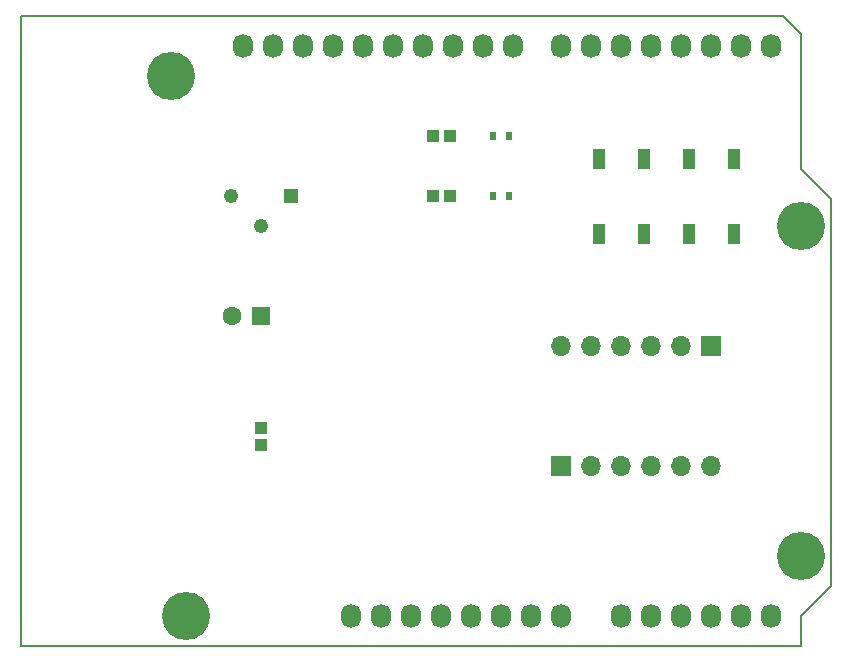
<source format=gts>
%TF.GenerationSoftware,KiCad,Pcbnew,(6.0.2-0)*%
%TF.CreationDate,2022-05-07T22:45:41-07:00*%
%TF.ProjectId,cpe301d_kicad_David_Nakasone,63706533-3031-4645-9f6b-696361645f44,rev?*%
%TF.SameCoordinates,Original*%
%TF.FileFunction,Soldermask,Top*%
%TF.FilePolarity,Negative*%
%FSLAX46Y46*%
G04 Gerber Fmt 4.6, Leading zero omitted, Abs format (unit mm)*
G04 Created by KiCad (PCBNEW (6.0.2-0)) date 2022-05-07 22:45:41*
%MOMM*%
%LPD*%
G01*
G04 APERTURE LIST*
%TA.AperFunction,Profile*%
%ADD10C,0.150000*%
%TD*%
%ADD11O,1.727200X2.032000*%
%ADD12C,4.064000*%
%ADD13R,1.700000X1.700000*%
%ADD14O,1.700000X1.700000*%
%ADD15R,1.040000X1.020000*%
%ADD16R,0.600000X0.800000*%
%ADD17R,1.600000X1.600000*%
%ADD18C,1.600000*%
%ADD19R,1.000000X1.700000*%
%ADD20R,1.020000X1.040000*%
%ADD21R,1.222000X1.222000*%
%ADD22C,1.222000*%
G04 APERTURE END LIST*
D10*
X179578000Y-88519000D02*
X177038000Y-85979000D01*
X177038000Y-126365000D02*
X177038000Y-123825000D01*
X177038000Y-74549000D02*
X175514000Y-73025000D01*
X177038000Y-123825000D02*
X179578000Y-121285000D01*
X110998000Y-73025000D02*
X110998000Y-126365000D01*
X179578000Y-121285000D02*
X179578000Y-88519000D01*
X110998000Y-126365000D02*
X177038000Y-126365000D01*
X175514000Y-73025000D02*
X110998000Y-73025000D01*
X177038000Y-85979000D02*
X177038000Y-74549000D01*
D11*
%TO.C,P1*%
X138938000Y-123825000D03*
X141478000Y-123825000D03*
X144018000Y-123825000D03*
X146558000Y-123825000D03*
X149098000Y-123825000D03*
X151638000Y-123825000D03*
X154178000Y-123825000D03*
X156718000Y-123825000D03*
%TD*%
%TO.C,P2*%
X161798000Y-123825000D03*
X164338000Y-123825000D03*
X166878000Y-123825000D03*
X169418000Y-123825000D03*
X171958000Y-123825000D03*
X174498000Y-123825000D03*
%TD*%
%TO.C,P3*%
X129794000Y-75565000D03*
X132334000Y-75565000D03*
X134874000Y-75565000D03*
X137414000Y-75565000D03*
X139954000Y-75565000D03*
X142494000Y-75565000D03*
X145034000Y-75565000D03*
X147574000Y-75565000D03*
X150114000Y-75565000D03*
X152654000Y-75565000D03*
%TD*%
%TO.C,P4*%
X156718000Y-75565000D03*
X159258000Y-75565000D03*
X161798000Y-75565000D03*
X164338000Y-75565000D03*
X166878000Y-75565000D03*
X169418000Y-75565000D03*
X171958000Y-75565000D03*
X174498000Y-75565000D03*
%TD*%
D12*
%TO.C,P5*%
X124968000Y-123825000D03*
%TD*%
%TO.C,P6*%
X177038000Y-118745000D03*
%TD*%
%TO.C,P7*%
X123698000Y-78105000D03*
%TD*%
%TO.C,P8*%
X177038000Y-90805000D03*
%TD*%
D13*
%TO.C,J2*%
X169418000Y-100965000D03*
D14*
X166878000Y-100965000D03*
X164338000Y-100965000D03*
X161798000Y-100965000D03*
X159258000Y-100965000D03*
X156718000Y-100965000D03*
%TD*%
D15*
%TO.C,R3*%
X145823000Y-88265000D03*
X147293000Y-88265000D03*
%TD*%
D13*
%TO.C,J1*%
X156718000Y-111125000D03*
D14*
X159258000Y-111125000D03*
X161798000Y-111125000D03*
X164338000Y-111125000D03*
X166878000Y-111125000D03*
X169418000Y-111125000D03*
%TD*%
D16*
%TO.C,D1*%
X152338000Y-83185000D03*
X150938000Y-83185000D03*
%TD*%
%TO.C,D2*%
X152338000Y-88265000D03*
X150938000Y-88265000D03*
%TD*%
D15*
%TO.C,R2*%
X145823000Y-83185000D03*
X147293000Y-83185000D03*
%TD*%
D17*
%TO.C,C1*%
X131318000Y-98425000D03*
D18*
X128818000Y-98425000D03*
%TD*%
D19*
%TO.C,S2*%
X159898000Y-91415000D03*
X159898000Y-85115000D03*
X163698000Y-91415000D03*
X163698000Y-85115000D03*
%TD*%
%TO.C,S1*%
X167518000Y-91415000D03*
X167518000Y-85115000D03*
X171318000Y-91415000D03*
X171318000Y-85115000D03*
%TD*%
D20*
%TO.C,R1*%
X131318000Y-109320000D03*
X131318000Y-107850000D03*
%TD*%
D21*
%TO.C,VR1*%
X133858000Y-88265000D03*
D22*
X131318000Y-90805000D03*
X128778000Y-88265000D03*
%TD*%
M02*

</source>
